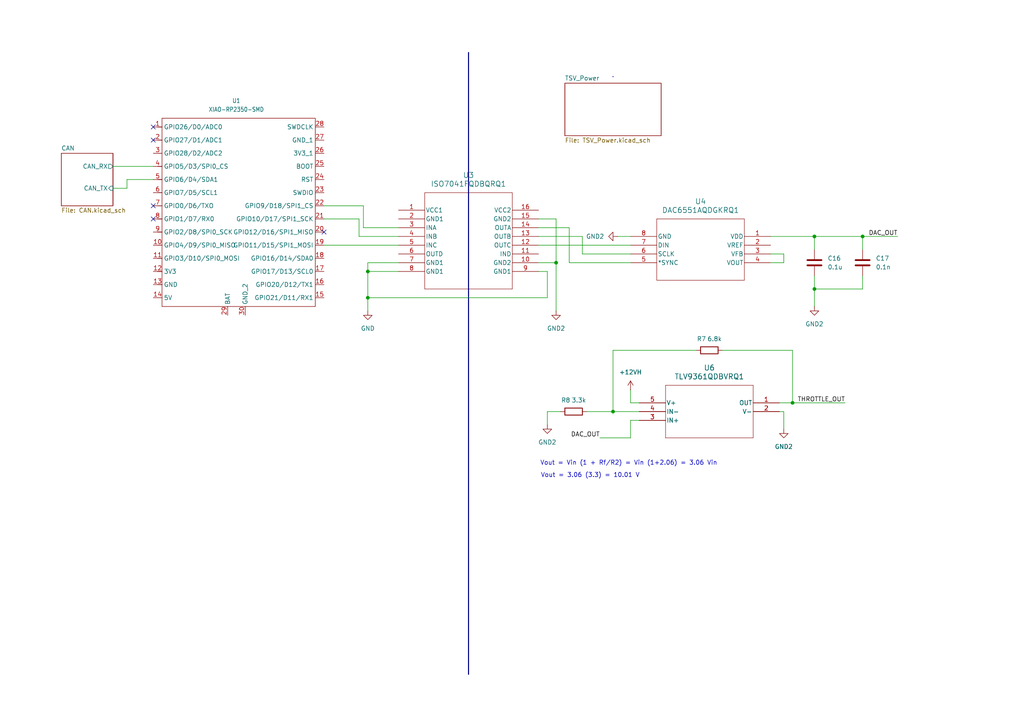
<source format=kicad_sch>
(kicad_sch
	(version 20231120)
	(generator "eeschema")
	(generator_version "8.0")
	(uuid "fa713205-4357-49d0-ad77-7aa2864b7782")
	(paper "A4")
	(lib_symbols
		(symbol "DAC6551:DAC6551AQDGKRQ1"
			(pin_names
				(offset 0.254)
			)
			(exclude_from_sim no)
			(in_bom yes)
			(on_board yes)
			(property "Reference" "U"
				(at 20.32 10.16 0)
				(effects
					(font
						(size 1.524 1.524)
					)
				)
			)
			(property "Value" "DAC6551AQDGKRQ1"
				(at 20.32 7.62 0)
				(effects
					(font
						(size 1.524 1.524)
					)
				)
			)
			(property "Footprint" "DGK8_TEX"
				(at 0 0 0)
				(effects
					(font
						(size 1.27 1.27)
						(italic yes)
					)
					(hide yes)
				)
			)
			(property "Datasheet" "DAC6551AQDGKRQ1"
				(at 0 0 0)
				(effects
					(font
						(size 1.27 1.27)
						(italic yes)
					)
					(hide yes)
				)
			)
			(property "Description" ""
				(at 0 0 0)
				(effects
					(font
						(size 1.27 1.27)
					)
					(hide yes)
				)
			)
			(property "ki_locked" ""
				(at 0 0 0)
				(effects
					(font
						(size 1.27 1.27)
					)
				)
			)
			(property "ki_keywords" "DAC6551AQDGKRQ1"
				(at 0 0 0)
				(effects
					(font
						(size 1.27 1.27)
					)
					(hide yes)
				)
			)
			(property "ki_fp_filters" "DGK8_TEX DGK8_TEX-M DGK8_TEX-L"
				(at 0 0 0)
				(effects
					(font
						(size 1.27 1.27)
					)
					(hide yes)
				)
			)
			(symbol "DAC6551AQDGKRQ1_0_1"
				(polyline
					(pts
						(xy 7.62 -12.7) (xy 33.02 -12.7)
					)
					(stroke
						(width 0.127)
						(type default)
					)
					(fill
						(type none)
					)
				)
				(polyline
					(pts
						(xy 7.62 5.08) (xy 7.62 -12.7)
					)
					(stroke
						(width 0.127)
						(type default)
					)
					(fill
						(type none)
					)
				)
				(polyline
					(pts
						(xy 33.02 -12.7) (xy 33.02 5.08)
					)
					(stroke
						(width 0.127)
						(type default)
					)
					(fill
						(type none)
					)
				)
				(polyline
					(pts
						(xy 33.02 5.08) (xy 7.62 5.08)
					)
					(stroke
						(width 0.127)
						(type default)
					)
					(fill
						(type none)
					)
				)
				(pin power_in line
					(at 0 0 0)
					(length 7.62)
					(name "VDD"
						(effects
							(font
								(size 1.27 1.27)
							)
						)
					)
					(number "1"
						(effects
							(font
								(size 1.27 1.27)
							)
						)
					)
				)
				(pin input line
					(at 0 -2.54 0)
					(length 7.62)
					(name "VREF"
						(effects
							(font
								(size 1.27 1.27)
							)
						)
					)
					(number "2"
						(effects
							(font
								(size 1.27 1.27)
							)
						)
					)
				)
				(pin input line
					(at 0 -5.08 0)
					(length 7.62)
					(name "VFB"
						(effects
							(font
								(size 1.27 1.27)
							)
						)
					)
					(number "3"
						(effects
							(font
								(size 1.27 1.27)
							)
						)
					)
				)
				(pin output line
					(at 0 -7.62 0)
					(length 7.62)
					(name "VOUT"
						(effects
							(font
								(size 1.27 1.27)
							)
						)
					)
					(number "4"
						(effects
							(font
								(size 1.27 1.27)
							)
						)
					)
				)
				(pin input line
					(at 40.64 -7.62 180)
					(length 7.62)
					(name "*SYNC"
						(effects
							(font
								(size 1.27 1.27)
							)
						)
					)
					(number "5"
						(effects
							(font
								(size 1.27 1.27)
							)
						)
					)
				)
				(pin input line
					(at 40.64 -5.08 180)
					(length 7.62)
					(name "SCLK"
						(effects
							(font
								(size 1.27 1.27)
							)
						)
					)
					(number "6"
						(effects
							(font
								(size 1.27 1.27)
							)
						)
					)
				)
				(pin input line
					(at 40.64 -2.54 180)
					(length 7.62)
					(name "DIN"
						(effects
							(font
								(size 1.27 1.27)
							)
						)
					)
					(number "7"
						(effects
							(font
								(size 1.27 1.27)
							)
						)
					)
				)
				(pin power_in line
					(at 40.64 0 180)
					(length 7.62)
					(name "GND"
						(effects
							(font
								(size 1.27 1.27)
							)
						)
					)
					(number "8"
						(effects
							(font
								(size 1.27 1.27)
							)
						)
					)
				)
			)
		)
		(symbol "Device:C"
			(pin_numbers hide)
			(pin_names
				(offset 0.254)
			)
			(exclude_from_sim no)
			(in_bom yes)
			(on_board yes)
			(property "Reference" "C"
				(at 0.635 2.54 0)
				(effects
					(font
						(size 1.27 1.27)
					)
					(justify left)
				)
			)
			(property "Value" "C"
				(at 0.635 -2.54 0)
				(effects
					(font
						(size 1.27 1.27)
					)
					(justify left)
				)
			)
			(property "Footprint" ""
				(at 0.9652 -3.81 0)
				(effects
					(font
						(size 1.27 1.27)
					)
					(hide yes)
				)
			)
			(property "Datasheet" "~"
				(at 0 0 0)
				(effects
					(font
						(size 1.27 1.27)
					)
					(hide yes)
				)
			)
			(property "Description" "Unpolarized capacitor"
				(at 0 0 0)
				(effects
					(font
						(size 1.27 1.27)
					)
					(hide yes)
				)
			)
			(property "ki_keywords" "cap capacitor"
				(at 0 0 0)
				(effects
					(font
						(size 1.27 1.27)
					)
					(hide yes)
				)
			)
			(property "ki_fp_filters" "C_*"
				(at 0 0 0)
				(effects
					(font
						(size 1.27 1.27)
					)
					(hide yes)
				)
			)
			(symbol "C_0_1"
				(polyline
					(pts
						(xy -2.032 -0.762) (xy 2.032 -0.762)
					)
					(stroke
						(width 0.508)
						(type default)
					)
					(fill
						(type none)
					)
				)
				(polyline
					(pts
						(xy -2.032 0.762) (xy 2.032 0.762)
					)
					(stroke
						(width 0.508)
						(type default)
					)
					(fill
						(type none)
					)
				)
			)
			(symbol "C_1_1"
				(pin passive line
					(at 0 3.81 270)
					(length 2.794)
					(name "~"
						(effects
							(font
								(size 1.27 1.27)
							)
						)
					)
					(number "1"
						(effects
							(font
								(size 1.27 1.27)
							)
						)
					)
				)
				(pin passive line
					(at 0 -3.81 90)
					(length 2.794)
					(name "~"
						(effects
							(font
								(size 1.27 1.27)
							)
						)
					)
					(number "2"
						(effects
							(font
								(size 1.27 1.27)
							)
						)
					)
				)
			)
		)
		(symbol "Device:R"
			(pin_numbers hide)
			(pin_names
				(offset 0)
			)
			(exclude_from_sim no)
			(in_bom yes)
			(on_board yes)
			(property "Reference" "R"
				(at 2.032 0 90)
				(effects
					(font
						(size 1.27 1.27)
					)
				)
			)
			(property "Value" "R"
				(at 0 0 90)
				(effects
					(font
						(size 1.27 1.27)
					)
				)
			)
			(property "Footprint" ""
				(at -1.778 0 90)
				(effects
					(font
						(size 1.27 1.27)
					)
					(hide yes)
				)
			)
			(property "Datasheet" "~"
				(at 0 0 0)
				(effects
					(font
						(size 1.27 1.27)
					)
					(hide yes)
				)
			)
			(property "Description" "Resistor"
				(at 0 0 0)
				(effects
					(font
						(size 1.27 1.27)
					)
					(hide yes)
				)
			)
			(property "ki_keywords" "R res resistor"
				(at 0 0 0)
				(effects
					(font
						(size 1.27 1.27)
					)
					(hide yes)
				)
			)
			(property "ki_fp_filters" "R_*"
				(at 0 0 0)
				(effects
					(font
						(size 1.27 1.27)
					)
					(hide yes)
				)
			)
			(symbol "R_0_1"
				(rectangle
					(start -1.016 -2.54)
					(end 1.016 2.54)
					(stroke
						(width 0.254)
						(type default)
					)
					(fill
						(type none)
					)
				)
			)
			(symbol "R_1_1"
				(pin passive line
					(at 0 3.81 270)
					(length 1.27)
					(name "~"
						(effects
							(font
								(size 1.27 1.27)
							)
						)
					)
					(number "1"
						(effects
							(font
								(size 1.27 1.27)
							)
						)
					)
				)
				(pin passive line
					(at 0 -3.81 90)
					(length 1.27)
					(name "~"
						(effects
							(font
								(size 1.27 1.27)
							)
						)
					)
					(number "2"
						(effects
							(font
								(size 1.27 1.27)
							)
						)
					)
				)
			)
		)
		(symbol "ISO7041:ISO7041FQDBQRQ1"
			(pin_names
				(offset 0.254)
			)
			(exclude_from_sim no)
			(in_bom yes)
			(on_board yes)
			(property "Reference" "U"
				(at 20.32 10.16 0)
				(effects
					(font
						(size 1.524 1.524)
					)
				)
			)
			(property "Value" "ISO7041FQDBQRQ1"
				(at 20.32 7.62 0)
				(effects
					(font
						(size 1.524 1.524)
					)
				)
			)
			(property "Footprint" "SSOP16_DBQ_TEX"
				(at 0 0 0)
				(effects
					(font
						(size 1.27 1.27)
						(italic yes)
					)
					(hide yes)
				)
			)
			(property "Datasheet" "ISO7041FQDBQRQ1"
				(at 0 0 0)
				(effects
					(font
						(size 1.27 1.27)
						(italic yes)
					)
					(hide yes)
				)
			)
			(property "Description" ""
				(at 0 0 0)
				(effects
					(font
						(size 1.27 1.27)
					)
					(hide yes)
				)
			)
			(property "ki_locked" ""
				(at 0 0 0)
				(effects
					(font
						(size 1.27 1.27)
					)
				)
			)
			(property "ki_keywords" "ISO7041FQDBQRQ1"
				(at 0 0 0)
				(effects
					(font
						(size 1.27 1.27)
					)
					(hide yes)
				)
			)
			(property "ki_fp_filters" "SSOP16_DBQ_TEX SSOP16_DBQ_TEX-M SSOP16_DBQ_TEX-L"
				(at 0 0 0)
				(effects
					(font
						(size 1.27 1.27)
					)
					(hide yes)
				)
			)
			(symbol "ISO7041FQDBQRQ1_0_1"
				(polyline
					(pts
						(xy 7.62 -22.86) (xy 33.02 -22.86)
					)
					(stroke
						(width 0.127)
						(type default)
					)
					(fill
						(type none)
					)
				)
				(polyline
					(pts
						(xy 7.62 5.08) (xy 7.62 -22.86)
					)
					(stroke
						(width 0.127)
						(type default)
					)
					(fill
						(type none)
					)
				)
				(polyline
					(pts
						(xy 33.02 -22.86) (xy 33.02 5.08)
					)
					(stroke
						(width 0.127)
						(type default)
					)
					(fill
						(type none)
					)
				)
				(polyline
					(pts
						(xy 33.02 5.08) (xy 7.62 5.08)
					)
					(stroke
						(width 0.127)
						(type default)
					)
					(fill
						(type none)
					)
				)
				(pin power_in line
					(at 0 0 0)
					(length 7.62)
					(name "VCC1"
						(effects
							(font
								(size 1.27 1.27)
							)
						)
					)
					(number "1"
						(effects
							(font
								(size 1.27 1.27)
							)
						)
					)
				)
				(pin power_out line
					(at 40.64 -15.24 180)
					(length 7.62)
					(name "GND2"
						(effects
							(font
								(size 1.27 1.27)
							)
						)
					)
					(number "10"
						(effects
							(font
								(size 1.27 1.27)
							)
						)
					)
				)
				(pin input line
					(at 40.64 -12.7 180)
					(length 7.62)
					(name "IND"
						(effects
							(font
								(size 1.27 1.27)
							)
						)
					)
					(number "11"
						(effects
							(font
								(size 1.27 1.27)
							)
						)
					)
				)
				(pin output line
					(at 40.64 -10.16 180)
					(length 7.62)
					(name "OUTC"
						(effects
							(font
								(size 1.27 1.27)
							)
						)
					)
					(number "12"
						(effects
							(font
								(size 1.27 1.27)
							)
						)
					)
				)
				(pin output line
					(at 40.64 -7.62 180)
					(length 7.62)
					(name "OUTB"
						(effects
							(font
								(size 1.27 1.27)
							)
						)
					)
					(number "13"
						(effects
							(font
								(size 1.27 1.27)
							)
						)
					)
				)
				(pin output line
					(at 40.64 -5.08 180)
					(length 7.62)
					(name "OUTA"
						(effects
							(font
								(size 1.27 1.27)
							)
						)
					)
					(number "14"
						(effects
							(font
								(size 1.27 1.27)
							)
						)
					)
				)
				(pin power_out line
					(at 40.64 -2.54 180)
					(length 7.62)
					(name "GND2"
						(effects
							(font
								(size 1.27 1.27)
							)
						)
					)
					(number "15"
						(effects
							(font
								(size 1.27 1.27)
							)
						)
					)
				)
				(pin power_in line
					(at 40.64 0 180)
					(length 7.62)
					(name "VCC2"
						(effects
							(font
								(size 1.27 1.27)
							)
						)
					)
					(number "16"
						(effects
							(font
								(size 1.27 1.27)
							)
						)
					)
				)
				(pin power_out line
					(at 0 -2.54 0)
					(length 7.62)
					(name "GND1"
						(effects
							(font
								(size 1.27 1.27)
							)
						)
					)
					(number "2"
						(effects
							(font
								(size 1.27 1.27)
							)
						)
					)
				)
				(pin input line
					(at 0 -5.08 0)
					(length 7.62)
					(name "INA"
						(effects
							(font
								(size 1.27 1.27)
							)
						)
					)
					(number "3"
						(effects
							(font
								(size 1.27 1.27)
							)
						)
					)
				)
				(pin input line
					(at 0 -7.62 0)
					(length 7.62)
					(name "INB"
						(effects
							(font
								(size 1.27 1.27)
							)
						)
					)
					(number "4"
						(effects
							(font
								(size 1.27 1.27)
							)
						)
					)
				)
				(pin input line
					(at 0 -10.16 0)
					(length 7.62)
					(name "INC"
						(effects
							(font
								(size 1.27 1.27)
							)
						)
					)
					(number "5"
						(effects
							(font
								(size 1.27 1.27)
							)
						)
					)
				)
				(pin output line
					(at 0 -12.7 0)
					(length 7.62)
					(name "OUTD"
						(effects
							(font
								(size 1.27 1.27)
							)
						)
					)
					(number "6"
						(effects
							(font
								(size 1.27 1.27)
							)
						)
					)
				)
				(pin power_out line
					(at 0 -15.24 0)
					(length 7.62)
					(name "GND1"
						(effects
							(font
								(size 1.27 1.27)
							)
						)
					)
					(number "7"
						(effects
							(font
								(size 1.27 1.27)
							)
						)
					)
				)
				(pin power_out line
					(at 0 -17.78 0)
					(length 7.62)
					(name "GND1"
						(effects
							(font
								(size 1.27 1.27)
							)
						)
					)
					(number "8"
						(effects
							(font
								(size 1.27 1.27)
							)
						)
					)
				)
				(pin power_out line
					(at 40.64 -17.78 180)
					(length 7.62)
					(name "GND1"
						(effects
							(font
								(size 1.27 1.27)
							)
						)
					)
					(number "9"
						(effects
							(font
								(size 1.27 1.27)
							)
						)
					)
				)
			)
		)
		(symbol "Seeed_Studio_XIAO_Series:XIAO-RP2350-SMD"
			(exclude_from_sim no)
			(in_bom yes)
			(on_board yes)
			(property "Reference" "U"
				(at -21.59 27.432 0)
				(effects
					(font
						(size 1.27 1.0795)
					)
					(justify left bottom)
				)
			)
			(property "Value" "XIAO-RP2350-SMD"
				(at -21.59 25.654 0)
				(effects
					(font
						(size 1.27 1.0795)
					)
					(justify left bottom)
				)
			)
			(property "Footprint" ""
				(at 0 11.43 0)
				(effects
					(font
						(size 1.27 1.27)
					)
					(hide yes)
				)
			)
			(property "Datasheet" ""
				(at 0 11.43 0)
				(effects
					(font
						(size 1.27 1.27)
					)
					(hide yes)
				)
			)
			(property "Description" ""
				(at 0 11.43 0)
				(effects
					(font
						(size 1.27 1.27)
					)
					(hide yes)
				)
			)
			(symbol "XIAO-RP2350-SMD_0_1"
				(rectangle
					(start -21.59 25.4)
					(end 22.86 -29.21)
					(stroke
						(width 0)
						(type default)
					)
					(fill
						(type none)
					)
				)
			)
			(symbol "XIAO-RP2350-SMD_1_0"
				(polyline
					(pts
						(xy -22.86 -26.67) (xy -21.59 -26.67)
					)
					(stroke
						(width 0.1524)
						(type solid)
					)
					(fill
						(type none)
					)
				)
				(polyline
					(pts
						(xy -22.86 -22.86) (xy -21.59 -22.86)
					)
					(stroke
						(width 0.1524)
						(type solid)
					)
					(fill
						(type none)
					)
				)
				(polyline
					(pts
						(xy -22.86 -19.05) (xy -21.59 -19.05)
					)
					(stroke
						(width 0.1524)
						(type solid)
					)
					(fill
						(type none)
					)
				)
				(polyline
					(pts
						(xy -22.86 -15.24) (xy -21.59 -15.24)
					)
					(stroke
						(width 0.1524)
						(type solid)
					)
					(fill
						(type none)
					)
				)
				(polyline
					(pts
						(xy -22.86 -11.43) (xy -21.59 -11.43)
					)
					(stroke
						(width 0.1524)
						(type solid)
					)
					(fill
						(type none)
					)
				)
				(polyline
					(pts
						(xy -22.86 -7.62) (xy -21.59 -7.62)
					)
					(stroke
						(width 0.1524)
						(type solid)
					)
					(fill
						(type none)
					)
				)
				(polyline
					(pts
						(xy -22.86 -3.81) (xy -21.59 -3.81)
					)
					(stroke
						(width 0.1524)
						(type solid)
					)
					(fill
						(type none)
					)
				)
				(polyline
					(pts
						(xy -21.59 0) (xy -22.86 0)
					)
					(stroke
						(width 0.1524)
						(type solid)
					)
					(fill
						(type none)
					)
				)
				(polyline
					(pts
						(xy -21.59 3.81) (xy -22.86 3.81)
					)
					(stroke
						(width 0.1524)
						(type solid)
					)
					(fill
						(type none)
					)
				)
				(polyline
					(pts
						(xy -21.59 7.62) (xy -22.86 7.62)
					)
					(stroke
						(width 0.1524)
						(type solid)
					)
					(fill
						(type none)
					)
				)
				(polyline
					(pts
						(xy -21.59 11.43) (xy -22.86 11.43)
					)
					(stroke
						(width 0.1524)
						(type solid)
					)
					(fill
						(type none)
					)
				)
				(polyline
					(pts
						(xy -21.59 15.24) (xy -22.86 15.24)
					)
					(stroke
						(width 0.1524)
						(type solid)
					)
					(fill
						(type none)
					)
				)
				(polyline
					(pts
						(xy -21.59 19.05) (xy -22.86 19.05)
					)
					(stroke
						(width 0.1524)
						(type solid)
					)
					(fill
						(type none)
					)
				)
				(polyline
					(pts
						(xy -21.59 22.86) (xy -22.86 22.86)
					)
					(stroke
						(width 0.1524)
						(type solid)
					)
					(fill
						(type none)
					)
				)
				(pin passive line
					(at -24.13 22.86 0)
					(length 2.54)
					(name "GPIO26/D0/ADC0"
						(effects
							(font
								(size 1.27 1.27)
							)
						)
					)
					(number "1"
						(effects
							(font
								(size 1.27 1.27)
							)
						)
					)
				)
				(pin passive line
					(at -24.13 -11.43 0)
					(length 2.54)
					(name "GPIO4/D9/SPI0_MISO"
						(effects
							(font
								(size 1.27 1.27)
							)
						)
					)
					(number "10"
						(effects
							(font
								(size 1.27 1.27)
							)
						)
					)
				)
				(pin passive line
					(at -24.13 -15.24 0)
					(length 2.54)
					(name "GPIO3/D10/SPI0_MOSI"
						(effects
							(font
								(size 1.27 1.27)
							)
						)
					)
					(number "11"
						(effects
							(font
								(size 1.27 1.27)
							)
						)
					)
				)
				(pin passive line
					(at -24.13 -19.05 0)
					(length 2.54)
					(name "3V3"
						(effects
							(font
								(size 1.27 1.27)
							)
						)
					)
					(number "12"
						(effects
							(font
								(size 1.27 1.27)
							)
						)
					)
				)
				(pin passive line
					(at -24.13 -22.86 0)
					(length 2.54)
					(name "GND"
						(effects
							(font
								(size 1.27 1.27)
							)
						)
					)
					(number "13"
						(effects
							(font
								(size 1.27 1.27)
							)
						)
					)
				)
				(pin passive line
					(at -24.13 -26.67 0)
					(length 2.54)
					(name "5V"
						(effects
							(font
								(size 1.27 1.27)
							)
						)
					)
					(number "14"
						(effects
							(font
								(size 1.27 1.27)
							)
						)
					)
				)
				(pin passive line
					(at -24.13 19.05 0)
					(length 2.54)
					(name "GPIO27/D1/ADC1"
						(effects
							(font
								(size 1.27 1.27)
							)
						)
					)
					(number "2"
						(effects
							(font
								(size 1.27 1.27)
							)
						)
					)
				)
				(pin passive line
					(at -24.13 15.24 0)
					(length 2.54)
					(name "GPIO28/D2/ADC2"
						(effects
							(font
								(size 1.27 1.27)
							)
						)
					)
					(number "3"
						(effects
							(font
								(size 1.27 1.27)
							)
						)
					)
				)
				(pin passive line
					(at -24.13 11.43 0)
					(length 2.54)
					(name "GPIO5/D3/SPI0_CS"
						(effects
							(font
								(size 1.27 1.27)
							)
						)
					)
					(number "4"
						(effects
							(font
								(size 1.27 1.27)
							)
						)
					)
				)
				(pin passive line
					(at -24.13 7.62 0)
					(length 2.54)
					(name "GPIO6/D4/SDA1"
						(effects
							(font
								(size 1.27 1.27)
							)
						)
					)
					(number "5"
						(effects
							(font
								(size 1.27 1.27)
							)
						)
					)
				)
				(pin passive line
					(at -24.13 3.81 0)
					(length 2.54)
					(name "GPIO7/D5/SCL1"
						(effects
							(font
								(size 1.27 1.27)
							)
						)
					)
					(number "6"
						(effects
							(font
								(size 1.27 1.27)
							)
						)
					)
				)
				(pin passive line
					(at -24.13 0 0)
					(length 2.54)
					(name "GPIO0/D6/TXO"
						(effects
							(font
								(size 1.27 1.27)
							)
						)
					)
					(number "7"
						(effects
							(font
								(size 1.27 1.27)
							)
						)
					)
				)
				(pin passive line
					(at -24.13 -3.81 0)
					(length 2.54)
					(name "GPIO1/D7/RX0"
						(effects
							(font
								(size 1.27 1.27)
							)
						)
					)
					(number "8"
						(effects
							(font
								(size 1.27 1.27)
							)
						)
					)
				)
				(pin passive line
					(at -24.13 -7.62 0)
					(length 2.54)
					(name "GPIO2/D8/SPI0_SCK"
						(effects
							(font
								(size 1.27 1.27)
							)
						)
					)
					(number "9"
						(effects
							(font
								(size 1.27 1.27)
							)
						)
					)
				)
			)
			(symbol "XIAO-RP2350-SMD_1_1"
				(pin passive line
					(at 25.4 -26.67 180)
					(length 2.54)
					(name "GPIO21/D11/RX1"
						(effects
							(font
								(size 1.27 1.27)
							)
						)
					)
					(number "15"
						(effects
							(font
								(size 1.27 1.27)
							)
						)
					)
				)
				(pin passive line
					(at 25.4 -22.86 180)
					(length 2.54)
					(name "GPIO20/D12/TX1"
						(effects
							(font
								(size 1.27 1.27)
							)
						)
					)
					(number "16"
						(effects
							(font
								(size 1.27 1.27)
							)
						)
					)
				)
				(pin passive line
					(at 25.4 -19.05 180)
					(length 2.54)
					(name "GPIO17/D13/SCL0"
						(effects
							(font
								(size 1.27 1.27)
							)
						)
					)
					(number "17"
						(effects
							(font
								(size 1.27 1.27)
							)
						)
					)
				)
				(pin passive line
					(at 25.4 -15.24 180)
					(length 2.54)
					(name "GPIO16/D14/SDA0"
						(effects
							(font
								(size 1.27 1.27)
							)
						)
					)
					(number "18"
						(effects
							(font
								(size 1.27 1.27)
							)
						)
					)
				)
				(pin passive line
					(at 25.4 -11.43 180)
					(length 2.54)
					(name "GPIO11/D15/SPI1_MOSI"
						(effects
							(font
								(size 1.27 1.27)
							)
						)
					)
					(number "19"
						(effects
							(font
								(size 1.27 1.27)
							)
						)
					)
				)
				(pin passive line
					(at 25.4 -7.62 180)
					(length 2.54)
					(name "GPIO12/D16/SPI1_MISO"
						(effects
							(font
								(size 1.27 1.27)
							)
						)
					)
					(number "20"
						(effects
							(font
								(size 1.27 1.27)
							)
						)
					)
				)
				(pin passive line
					(at 25.4 -3.81 180)
					(length 2.54)
					(name "GPIO10/D17/SPI1_SCK"
						(effects
							(font
								(size 1.27 1.27)
							)
						)
					)
					(number "21"
						(effects
							(font
								(size 1.27 1.27)
							)
						)
					)
				)
				(pin passive line
					(at 25.4 0 180)
					(length 2.54)
					(name "GPIO9/D18/SPI1_CS"
						(effects
							(font
								(size 1.27 1.27)
							)
						)
					)
					(number "22"
						(effects
							(font
								(size 1.27 1.27)
							)
						)
					)
				)
				(pin passive line
					(at 25.4 3.81 180)
					(length 2.54)
					(name "SWDIO"
						(effects
							(font
								(size 1.27 1.27)
							)
						)
					)
					(number "23"
						(effects
							(font
								(size 1.27 1.27)
							)
						)
					)
				)
				(pin passive line
					(at 25.4 7.62 180)
					(length 2.54)
					(name "RST"
						(effects
							(font
								(size 1.27 1.27)
							)
						)
					)
					(number "24"
						(effects
							(font
								(size 1.27 1.27)
							)
						)
					)
				)
				(pin passive line
					(at 25.4 11.43 180)
					(length 2.54)
					(name "BOOT"
						(effects
							(font
								(size 1.27 1.27)
							)
						)
					)
					(number "25"
						(effects
							(font
								(size 1.27 1.27)
							)
						)
					)
				)
				(pin passive line
					(at 25.4 15.24 180)
					(length 2.54)
					(name "3V3_1"
						(effects
							(font
								(size 1.27 1.27)
							)
						)
					)
					(number "26"
						(effects
							(font
								(size 1.27 1.27)
							)
						)
					)
				)
				(pin passive line
					(at 25.4 19.05 180)
					(length 2.54)
					(name "GND_1"
						(effects
							(font
								(size 1.27 1.27)
							)
						)
					)
					(number "27"
						(effects
							(font
								(size 1.27 1.27)
							)
						)
					)
				)
				(pin passive line
					(at 25.4 22.86 180)
					(length 2.54)
					(name "SWDCLK"
						(effects
							(font
								(size 1.27 1.27)
							)
						)
					)
					(number "28"
						(effects
							(font
								(size 1.27 1.27)
							)
						)
					)
				)
				(pin passive line
					(at -2.54 -31.75 90)
					(length 2.54)
					(name "BAT"
						(effects
							(font
								(size 1.27 1.27)
							)
						)
					)
					(number "29"
						(effects
							(font
								(size 1.27 1.27)
							)
						)
					)
				)
				(pin passive line
					(at 2.54 -31.75 90)
					(length 2.54)
					(name "GND_2"
						(effects
							(font
								(size 1.27 1.27)
							)
						)
					)
					(number "30"
						(effects
							(font
								(size 1.27 1.27)
							)
						)
					)
				)
			)
		)
		(symbol "TLV9361:TLV9361QDBVRQ1"
			(pin_names
				(offset 0.254)
			)
			(exclude_from_sim no)
			(in_bom yes)
			(on_board yes)
			(property "Reference" "U"
				(at 20.32 10.16 0)
				(effects
					(font
						(size 1.524 1.524)
					)
				)
			)
			(property "Value" "TLV9361QDBVRQ1"
				(at 20.32 7.62 0)
				(effects
					(font
						(size 1.524 1.524)
					)
				)
			)
			(property "Footprint" "SOT23_DBV_TEX"
				(at 0 0 0)
				(effects
					(font
						(size 1.27 1.27)
						(italic yes)
					)
					(hide yes)
				)
			)
			(property "Datasheet" "TLV9361QDBVRQ1"
				(at 0 0 0)
				(effects
					(font
						(size 1.27 1.27)
						(italic yes)
					)
					(hide yes)
				)
			)
			(property "Description" ""
				(at 0 0 0)
				(effects
					(font
						(size 1.27 1.27)
					)
					(hide yes)
				)
			)
			(property "ki_locked" ""
				(at 0 0 0)
				(effects
					(font
						(size 1.27 1.27)
					)
				)
			)
			(property "ki_keywords" "TLV9361QDBVRQ1"
				(at 0 0 0)
				(effects
					(font
						(size 1.27 1.27)
					)
					(hide yes)
				)
			)
			(property "ki_fp_filters" "SOT23_DBV_TEX SOT23_DBV_TEX-M SOT23_DBV_TEX-L"
				(at 0 0 0)
				(effects
					(font
						(size 1.27 1.27)
					)
					(hide yes)
				)
			)
			(symbol "TLV9361QDBVRQ1_0_1"
				(polyline
					(pts
						(xy 7.62 -10.16) (xy 33.02 -10.16)
					)
					(stroke
						(width 0.127)
						(type default)
					)
					(fill
						(type none)
					)
				)
				(polyline
					(pts
						(xy 7.62 5.08) (xy 7.62 -10.16)
					)
					(stroke
						(width 0.127)
						(type default)
					)
					(fill
						(type none)
					)
				)
				(polyline
					(pts
						(xy 33.02 -10.16) (xy 33.02 5.08)
					)
					(stroke
						(width 0.127)
						(type default)
					)
					(fill
						(type none)
					)
				)
				(polyline
					(pts
						(xy 33.02 5.08) (xy 7.62 5.08)
					)
					(stroke
						(width 0.127)
						(type default)
					)
					(fill
						(type none)
					)
				)
				(pin output line
					(at 0 0 0)
					(length 7.62)
					(name "OUT"
						(effects
							(font
								(size 1.27 1.27)
							)
						)
					)
					(number "1"
						(effects
							(font
								(size 1.27 1.27)
							)
						)
					)
				)
				(pin power_in line
					(at 0 -2.54 0)
					(length 7.62)
					(name "V-"
						(effects
							(font
								(size 1.27 1.27)
							)
						)
					)
					(number "2"
						(effects
							(font
								(size 1.27 1.27)
							)
						)
					)
				)
				(pin input line
					(at 40.64 -5.08 180)
					(length 7.62)
					(name "IN+"
						(effects
							(font
								(size 1.27 1.27)
							)
						)
					)
					(number "3"
						(effects
							(font
								(size 1.27 1.27)
							)
						)
					)
				)
				(pin input line
					(at 40.64 -2.54 180)
					(length 7.62)
					(name "IN-"
						(effects
							(font
								(size 1.27 1.27)
							)
						)
					)
					(number "4"
						(effects
							(font
								(size 1.27 1.27)
							)
						)
					)
				)
				(pin power_in line
					(at 40.64 0 180)
					(length 7.62)
					(name "V+"
						(effects
							(font
								(size 1.27 1.27)
							)
						)
					)
					(number "5"
						(effects
							(font
								(size 1.27 1.27)
							)
						)
					)
				)
			)
		)
		(symbol "power:+12V"
			(power)
			(pin_numbers hide)
			(pin_names
				(offset 0) hide)
			(exclude_from_sim no)
			(in_bom yes)
			(on_board yes)
			(property "Reference" "#PWR"
				(at 0 -3.81 0)
				(effects
					(font
						(size 1.27 1.27)
					)
					(hide yes)
				)
			)
			(property "Value" "+12V"
				(at 0 3.556 0)
				(effects
					(font
						(size 1.27 1.27)
					)
				)
			)
			(property "Footprint" ""
				(at 0 0 0)
				(effects
					(font
						(size 1.27 1.27)
					)
					(hide yes)
				)
			)
			(property "Datasheet" ""
				(at 0 0 0)
				(effects
					(font
						(size 1.27 1.27)
					)
					(hide yes)
				)
			)
			(property "Description" "Power symbol creates a global label with name \"+12V\""
				(at 0 0 0)
				(effects
					(font
						(size 1.27 1.27)
					)
					(hide yes)
				)
			)
			(property "ki_keywords" "global power"
				(at 0 0 0)
				(effects
					(font
						(size 1.27 1.27)
					)
					(hide yes)
				)
			)
			(symbol "+12V_0_1"
				(polyline
					(pts
						(xy -0.762 1.27) (xy 0 2.54)
					)
					(stroke
						(width 0)
						(type default)
					)
					(fill
						(type none)
					)
				)
				(polyline
					(pts
						(xy 0 0) (xy 0 2.54)
					)
					(stroke
						(width 0)
						(type default)
					)
					(fill
						(type none)
					)
				)
				(polyline
					(pts
						(xy 0 2.54) (xy 0.762 1.27)
					)
					(stroke
						(width 0)
						(type default)
					)
					(fill
						(type none)
					)
				)
			)
			(symbol "+12V_1_1"
				(pin power_in line
					(at 0 0 90)
					(length 0)
					(name "~"
						(effects
							(font
								(size 1.27 1.27)
							)
						)
					)
					(number "1"
						(effects
							(font
								(size 1.27 1.27)
							)
						)
					)
				)
			)
		)
		(symbol "power:GND"
			(power)
			(pin_numbers hide)
			(pin_names
				(offset 0) hide)
			(exclude_from_sim no)
			(in_bom yes)
			(on_board yes)
			(property "Reference" "#PWR"
				(at 0 -6.35 0)
				(effects
					(font
						(size 1.27 1.27)
					)
					(hide yes)
				)
			)
			(property "Value" "GND"
				(at 0 -3.81 0)
				(effects
					(font
						(size 1.27 1.27)
					)
				)
			)
			(property "Footprint" ""
				(at 0 0 0)
				(effects
					(font
						(size 1.27 1.27)
					)
					(hide yes)
				)
			)
			(property "Datasheet" ""
				(at 0 0 0)
				(effects
					(font
						(size 1.27 1.27)
					)
					(hide yes)
				)
			)
			(property "Description" "Power symbol creates a global label with name \"GND\" , ground"
				(at 0 0 0)
				(effects
					(font
						(size 1.27 1.27)
					)
					(hide yes)
				)
			)
			(property "ki_keywords" "global power"
				(at 0 0 0)
				(effects
					(font
						(size 1.27 1.27)
					)
					(hide yes)
				)
			)
			(symbol "GND_0_1"
				(polyline
					(pts
						(xy 0 0) (xy 0 -1.27) (xy 1.27 -1.27) (xy 0 -2.54) (xy -1.27 -1.27) (xy 0 -1.27)
					)
					(stroke
						(width 0)
						(type default)
					)
					(fill
						(type none)
					)
				)
			)
			(symbol "GND_1_1"
				(pin power_in line
					(at 0 0 270)
					(length 0)
					(name "~"
						(effects
							(font
								(size 1.27 1.27)
							)
						)
					)
					(number "1"
						(effects
							(font
								(size 1.27 1.27)
							)
						)
					)
				)
			)
		)
		(symbol "power:GND2"
			(power)
			(pin_numbers hide)
			(pin_names
				(offset 0) hide)
			(exclude_from_sim no)
			(in_bom yes)
			(on_board yes)
			(property "Reference" "#PWR"
				(at 0 -6.35 0)
				(effects
					(font
						(size 1.27 1.27)
					)
					(hide yes)
				)
			)
			(property "Value" "GND2"
				(at 0 -3.81 0)
				(effects
					(font
						(size 1.27 1.27)
					)
				)
			)
			(property "Footprint" ""
				(at 0 0 0)
				(effects
					(font
						(size 1.27 1.27)
					)
					(hide yes)
				)
			)
			(property "Datasheet" ""
				(at 0 0 0)
				(effects
					(font
						(size 1.27 1.27)
					)
					(hide yes)
				)
			)
			(property "Description" "Power symbol creates a global label with name \"GND2\" , ground"
				(at 0 0 0)
				(effects
					(font
						(size 1.27 1.27)
					)
					(hide yes)
				)
			)
			(property "ki_keywords" "global power"
				(at 0 0 0)
				(effects
					(font
						(size 1.27 1.27)
					)
					(hide yes)
				)
			)
			(symbol "GND2_0_1"
				(polyline
					(pts
						(xy 0 0) (xy 0 -1.27) (xy 1.27 -1.27) (xy 0 -2.54) (xy -1.27 -1.27) (xy 0 -1.27)
					)
					(stroke
						(width 0)
						(type default)
					)
					(fill
						(type none)
					)
				)
			)
			(symbol "GND2_1_1"
				(pin power_in line
					(at 0 0 270)
					(length 0)
					(name "~"
						(effects
							(font
								(size 1.27 1.27)
							)
						)
					)
					(number "1"
						(effects
							(font
								(size 1.27 1.27)
							)
						)
					)
				)
			)
		)
	)
	(junction
		(at 106.68 78.74)
		(diameter 0)
		(color 0 0 0 0)
		(uuid "2b8ad316-b8ab-4604-89e3-d5ab1147a671")
	)
	(junction
		(at 236.22 68.58)
		(diameter 0)
		(color 0 0 0 0)
		(uuid "4c5fbdc6-28d9-4814-aba2-080ad5f2998b")
	)
	(junction
		(at 177.8 119.38)
		(diameter 0)
		(color 0 0 0 0)
		(uuid "5576a989-bf2e-4587-bfb8-15da462e18a5")
	)
	(junction
		(at 161.29 76.2)
		(diameter 0)
		(color 0 0 0 0)
		(uuid "7ac97899-8896-4db0-8466-3520aed3cefe")
	)
	(junction
		(at 236.22 83.82)
		(diameter 0)
		(color 0 0 0 0)
		(uuid "9cf751da-ade1-4ddf-9b32-d966f1b9c141")
	)
	(junction
		(at 106.68 86.36)
		(diameter 0)
		(color 0 0 0 0)
		(uuid "b428d8f6-a1fa-44a2-b9f6-afc4095de2ea")
	)
	(junction
		(at 229.87 116.84)
		(diameter 0)
		(color 0 0 0 0)
		(uuid "d884db11-896d-49c1-997a-12b16a47e3e7")
	)
	(junction
		(at 250.19 68.58)
		(diameter 0)
		(color 0 0 0 0)
		(uuid "e7fc0b6a-9f30-48b1-ba34-7038e3cc7214")
	)
	(no_connect
		(at 44.45 36.83)
		(uuid "4ca7f5d2-4d9e-48b2-adc6-f510d86c56a2")
	)
	(no_connect
		(at 44.45 40.64)
		(uuid "6c2b314c-b596-461c-9e51-e838ccb2e5d6")
	)
	(no_connect
		(at 44.45 59.69)
		(uuid "7aa0df8c-63e4-4393-aab7-686be6d85030")
	)
	(no_connect
		(at 93.98 67.31)
		(uuid "a22fb5d3-6bd5-43d6-ac61-4c5d1ff6e292")
	)
	(no_connect
		(at -26.67 26.67)
		(uuid "b3cfd01e-e213-4daf-8654-2fd55010979c")
	)
	(no_connect
		(at 44.45 63.5)
		(uuid "f4315132-c25e-42a8-a820-525edf2ef3c0")
	)
	(wire
		(pts
			(xy 161.29 63.5) (xy 161.29 76.2)
		)
		(stroke
			(width 0)
			(type default)
		)
		(uuid "02a286c3-3d6f-4230-8a5b-c99efe7f3bc8")
	)
	(wire
		(pts
			(xy 168.91 73.66) (xy 168.91 68.58)
		)
		(stroke
			(width 0)
			(type default)
		)
		(uuid "06a11c2c-42a5-4c41-9cf1-9f1c11967155")
	)
	(wire
		(pts
			(xy 165.1 76.2) (xy 165.1 66.04)
		)
		(stroke
			(width 0)
			(type default)
		)
		(uuid "06c03bbe-cc6e-4c59-afa1-b363a16abee2")
	)
	(wire
		(pts
			(xy 105.41 66.04) (xy 115.57 66.04)
		)
		(stroke
			(width 0)
			(type default)
		)
		(uuid "09dd2ef7-6559-4860-860e-72cdc9cc7d89")
	)
	(wire
		(pts
			(xy 156.21 78.74) (xy 158.75 78.74)
		)
		(stroke
			(width 0)
			(type default)
		)
		(uuid "0c2d4aa8-7ff1-43fd-b7b7-9df17f9a86b7")
	)
	(wire
		(pts
			(xy 93.98 59.69) (xy 105.41 59.69)
		)
		(stroke
			(width 0)
			(type default)
		)
		(uuid "1d2bb771-3de2-462e-b995-ddce97b52760")
	)
	(wire
		(pts
			(xy 93.98 71.12) (xy 115.57 71.12)
		)
		(stroke
			(width 0)
			(type default)
		)
		(uuid "1e0c7f39-43df-4feb-b95d-7abbe3d1ae66")
	)
	(wire
		(pts
			(xy 158.75 78.74) (xy 158.75 86.36)
		)
		(stroke
			(width 0)
			(type default)
		)
		(uuid "21867d52-107a-45d7-8103-9ba80148da8d")
	)
	(wire
		(pts
			(xy 250.19 72.39) (xy 250.19 68.58)
		)
		(stroke
			(width 0)
			(type default)
		)
		(uuid "28a2849c-5301-4059-a557-d3054d029509")
	)
	(wire
		(pts
			(xy 106.68 78.74) (xy 115.57 78.74)
		)
		(stroke
			(width 0)
			(type default)
		)
		(uuid "2afa176c-21d8-4751-bc47-9a10e864e04f")
	)
	(wire
		(pts
			(xy 229.87 116.84) (xy 245.11 116.84)
		)
		(stroke
			(width 0)
			(type default)
		)
		(uuid "2cb2e5f1-41d3-4225-add6-136f48a997cd")
	)
	(wire
		(pts
			(xy 185.42 116.84) (xy 182.88 116.84)
		)
		(stroke
			(width 0)
			(type default)
		)
		(uuid "2e701dab-8769-4950-89a2-5581edcc5fd9")
	)
	(wire
		(pts
			(xy 236.22 83.82) (xy 236.22 88.9)
		)
		(stroke
			(width 0)
			(type default)
		)
		(uuid "2f4ec825-3ec4-4255-b663-87de346b5715")
	)
	(wire
		(pts
			(xy 93.98 63.5) (xy 104.14 63.5)
		)
		(stroke
			(width 0)
			(type default)
		)
		(uuid "304cdbc6-a1dd-4e58-9de8-eb455a116671")
	)
	(wire
		(pts
			(xy 201.93 101.6) (xy 177.8 101.6)
		)
		(stroke
			(width 0)
			(type default)
		)
		(uuid "3586b4f4-13a6-4ea1-8594-5a0e5546f3ae")
	)
	(wire
		(pts
			(xy 250.19 68.58) (xy 236.22 68.58)
		)
		(stroke
			(width 0)
			(type default)
		)
		(uuid "39ea164e-d11d-4253-877c-1aeaefc9b1db")
	)
	(wire
		(pts
			(xy 156.21 76.2) (xy 161.29 76.2)
		)
		(stroke
			(width 0)
			(type default)
		)
		(uuid "44b6a6ee-0d06-4ac7-a6d2-5cf9fa3320ce")
	)
	(wire
		(pts
			(xy 227.33 119.38) (xy 227.33 124.46)
		)
		(stroke
			(width 0)
			(type default)
		)
		(uuid "479d6576-874c-4487-bcec-f1dfc49e6275")
	)
	(wire
		(pts
			(xy 236.22 68.58) (xy 236.22 72.39)
		)
		(stroke
			(width 0)
			(type default)
		)
		(uuid "48d39203-63ca-4e51-9b6a-cfdff0e87c33")
	)
	(wire
		(pts
			(xy 177.8 101.6) (xy 177.8 119.38)
		)
		(stroke
			(width 0)
			(type default)
		)
		(uuid "4f21463d-a2b9-47f8-8c4d-d1c654d7fc66")
	)
	(wire
		(pts
			(xy 36.83 54.61) (xy 32.766 54.61)
		)
		(stroke
			(width 0)
			(type default)
		)
		(uuid "4fd4e891-2d9f-456c-a6e5-039ed572ba6d")
	)
	(wire
		(pts
			(xy 250.19 68.58) (xy 260.35 68.58)
		)
		(stroke
			(width 0)
			(type default)
		)
		(uuid "514cd95e-b53a-4a47-bbe4-eb3de3ea20ef")
	)
	(wire
		(pts
			(xy 223.52 73.66) (xy 227.33 73.66)
		)
		(stroke
			(width 0)
			(type default)
		)
		(uuid "59ab820b-e3fb-4bd2-8321-0de1ec0f6180")
	)
	(wire
		(pts
			(xy 104.14 63.5) (xy 104.14 68.58)
		)
		(stroke
			(width 0)
			(type default)
		)
		(uuid "6123af92-6eb9-4a1f-9197-1326e7d7410f")
	)
	(wire
		(pts
			(xy 173.99 127) (xy 182.88 127)
		)
		(stroke
			(width 0)
			(type default)
		)
		(uuid "635e5776-f4f8-404e-8b9d-784b5db0b936")
	)
	(wire
		(pts
			(xy 165.1 66.04) (xy 156.21 66.04)
		)
		(stroke
			(width 0)
			(type default)
		)
		(uuid "691d02aa-51ed-4160-a33c-5a2a2a187564")
	)
	(wire
		(pts
			(xy 182.88 121.92) (xy 185.42 121.92)
		)
		(stroke
			(width 0)
			(type default)
		)
		(uuid "69988cc4-3e18-4dbe-b0d8-64d52be99884")
	)
	(wire
		(pts
			(xy 44.45 52.07) (xy 36.83 52.07)
		)
		(stroke
			(width 0)
			(type default)
		)
		(uuid "71c21cd6-9680-46b3-9175-68fe59f35654")
	)
	(wire
		(pts
			(xy 158.75 119.38) (xy 162.56 119.38)
		)
		(stroke
			(width 0)
			(type default)
		)
		(uuid "7462664c-7f9b-4be1-aeb2-f74f9ede6893")
	)
	(wire
		(pts
			(xy 106.68 78.74) (xy 106.68 86.36)
		)
		(stroke
			(width 0)
			(type default)
		)
		(uuid "78f0e446-53db-4135-9f1a-092c7bb91c90")
	)
	(wire
		(pts
			(xy 177.8 119.38) (xy 185.42 119.38)
		)
		(stroke
			(width 0)
			(type default)
		)
		(uuid "7cbab674-824b-4ef1-a862-b4c30b49e53b")
	)
	(wire
		(pts
			(xy 106.68 86.36) (xy 106.68 90.17)
		)
		(stroke
			(width 0)
			(type default)
		)
		(uuid "8434c03f-1199-443d-8ea5-150e804bbcea")
	)
	(wire
		(pts
			(xy 158.75 119.38) (xy 158.75 123.19)
		)
		(stroke
			(width 0)
			(type default)
		)
		(uuid "8da89031-8154-4c78-b0d3-873ae73b4431")
	)
	(wire
		(pts
			(xy 223.52 68.58) (xy 236.22 68.58)
		)
		(stroke
			(width 0)
			(type default)
		)
		(uuid "8f88fb1a-0e95-477a-a338-b2565eb2a3a4")
	)
	(wire
		(pts
			(xy 104.14 68.58) (xy 115.57 68.58)
		)
		(stroke
			(width 0)
			(type default)
		)
		(uuid "92b91c58-9431-4e23-a4ed-a3a0230147fa")
	)
	(wire
		(pts
			(xy 168.91 68.58) (xy 156.21 68.58)
		)
		(stroke
			(width 0)
			(type default)
		)
		(uuid "92dac445-8689-4c7e-9301-1b0ca1bbf3c4")
	)
	(wire
		(pts
			(xy 156.21 71.12) (xy 182.88 71.12)
		)
		(stroke
			(width 0)
			(type default)
		)
		(uuid "92fb6193-b641-4d0b-9c5f-fc6b09ee0efb")
	)
	(wire
		(pts
			(xy 227.33 73.66) (xy 227.33 76.2)
		)
		(stroke
			(width 0)
			(type default)
		)
		(uuid "98bc18e5-09b1-40b9-b0b9-85908b3d2b3a")
	)
	(wire
		(pts
			(xy 250.19 80.01) (xy 250.19 83.82)
		)
		(stroke
			(width 0)
			(type default)
		)
		(uuid "995c2339-a9ac-46e2-b33d-aa9c0a6e9be3")
	)
	(wire
		(pts
			(xy 106.68 76.2) (xy 115.57 76.2)
		)
		(stroke
			(width 0)
			(type default)
		)
		(uuid "9ae20ebe-c2ce-4479-b7a5-a8d6f06453e8")
	)
	(wire
		(pts
			(xy 182.88 116.84) (xy 182.88 113.03)
		)
		(stroke
			(width 0)
			(type default)
		)
		(uuid "9c9abb43-85d2-4be0-b00b-d4fc419b74ef")
	)
	(bus
		(pts
			(xy 135.89 15.24) (xy 135.89 195.58)
		)
		(stroke
			(width 0)
			(type default)
		)
		(uuid "a3cc883c-dda6-4ed0-bd40-62e160b106ed")
	)
	(wire
		(pts
			(xy 156.21 63.5) (xy 161.29 63.5)
		)
		(stroke
			(width 0)
			(type default)
		)
		(uuid "a6134a8a-63bb-4375-8a06-9ca1d6bfba24")
	)
	(wire
		(pts
			(xy 250.19 83.82) (xy 236.22 83.82)
		)
		(stroke
			(width 0)
			(type default)
		)
		(uuid "ba2e96f2-fe39-4e3d-a556-da267f136655")
	)
	(wire
		(pts
			(xy 182.88 76.2) (xy 165.1 76.2)
		)
		(stroke
			(width 0)
			(type default)
		)
		(uuid "be6c09c2-5025-4e92-8748-d5c480d7126f")
	)
	(wire
		(pts
			(xy 182.88 127) (xy 182.88 121.92)
		)
		(stroke
			(width 0)
			(type default)
		)
		(uuid "c53967bc-fef7-4173-ac91-99de30e90349")
	)
	(wire
		(pts
			(xy 106.68 76.2) (xy 106.68 78.74)
		)
		(stroke
			(width 0)
			(type default)
		)
		(uuid "c53cb530-1a95-4692-9a2b-2976cec1a125")
	)
	(wire
		(pts
			(xy 170.18 119.38) (xy 177.8 119.38)
		)
		(stroke
			(width 0)
			(type default)
		)
		(uuid "ca87d792-d0cd-4c33-b1ee-d571ca65a5f0")
	)
	(wire
		(pts
			(xy 223.52 76.2) (xy 227.33 76.2)
		)
		(stroke
			(width 0)
			(type default)
		)
		(uuid "d06f8da2-f428-430d-bd0c-7b13ffcc9d55")
	)
	(wire
		(pts
			(xy 36.83 52.07) (xy 36.83 54.61)
		)
		(stroke
			(width 0)
			(type default)
		)
		(uuid "d163435e-1487-4704-8b8a-0b23d839cc07")
	)
	(wire
		(pts
			(xy 105.41 59.69) (xy 105.41 66.04)
		)
		(stroke
			(width 0)
			(type default)
		)
		(uuid "d23820f0-52d4-41e3-8e5a-41cc9b91d74f")
	)
	(wire
		(pts
			(xy 229.87 116.84) (xy 226.06 116.84)
		)
		(stroke
			(width 0)
			(type default)
		)
		(uuid "d67fe1f1-a02b-437b-806d-23e01c112c0a")
	)
	(wire
		(pts
			(xy 168.91 73.66) (xy 182.88 73.66)
		)
		(stroke
			(width 0)
			(type default)
		)
		(uuid "dd5b63db-4847-4830-bdb5-4e2f2e95b3aa")
	)
	(wire
		(pts
			(xy 32.766 48.26) (xy 44.45 48.26)
		)
		(stroke
			(width 0)
			(type default)
		)
		(uuid "e22bc7a0-20a5-42a3-af14-1dfe29aa32a1")
	)
	(wire
		(pts
			(xy 229.87 101.6) (xy 229.87 116.84)
		)
		(stroke
			(width 0)
			(type default)
		)
		(uuid "e3e480b5-6ac9-4d19-a136-6cc005d39f09")
	)
	(wire
		(pts
			(xy 209.55 101.6) (xy 229.87 101.6)
		)
		(stroke
			(width 0)
			(type default)
		)
		(uuid "e62dfc0a-8275-46f3-b9a4-b9abf20aaed4")
	)
	(wire
		(pts
			(xy 179.07 68.58) (xy 182.88 68.58)
		)
		(stroke
			(width 0)
			(type default)
		)
		(uuid "ea9b240c-3bc0-44e2-adfa-6b28eb4333ca")
	)
	(wire
		(pts
			(xy 236.22 80.01) (xy 236.22 83.82)
		)
		(stroke
			(width 0)
			(type default)
		)
		(uuid "ef3e68ce-8048-4cfd-a477-eb5b57490425")
	)
	(wire
		(pts
			(xy 226.06 119.38) (xy 227.33 119.38)
		)
		(stroke
			(width 0)
			(type default)
		)
		(uuid "f47a27cb-8d27-4fd9-91cd-3060878b3f76")
	)
	(wire
		(pts
			(xy 106.68 86.36) (xy 158.75 86.36)
		)
		(stroke
			(width 0)
			(type default)
		)
		(uuid "fd88192c-182b-41a2-b79b-bc91b15ef9c1")
	)
	(wire
		(pts
			(xy 161.29 76.2) (xy 161.29 90.17)
		)
		(stroke
			(width 0)
			(type default)
		)
		(uuid "ff2c6a97-0cd8-4ca9-99c6-6fcd742560f0")
	)
	(circle
		(center 177.8 22.225)
		(radius 0.0001)
		(stroke
			(width 0)
			(type default)
		)
		(fill
			(type none)
		)
		(uuid bf3994b3-e871-44f2-a34c-cf3009e1d17e)
	)
	(text "Vout = 3.06 (3.3) = 10.01 V\n"
		(exclude_from_sim no)
		(at 171.196 137.922 0)
		(effects
			(font
				(size 1.27 1.27)
			)
		)
		(uuid "159e9616-f7de-4375-9741-367ef0f1ce60")
	)
	(text "Vout = Vin (1 + Rf/R2) = Vin (1+2.06) = 3.06 Vin"
		(exclude_from_sim no)
		(at 182.372 134.366 0)
		(effects
			(font
				(size 1.27 1.27)
			)
		)
		(uuid "ed53f199-e67c-46dd-8056-b42e458e2f4e")
	)
	(label "DAC_OUT"
		(at 260.35 68.58 180)
		(fields_autoplaced yes)
		(effects
			(font
				(size 1.27 1.27)
			)
			(justify right bottom)
		)
		(uuid "4f7f2969-4686-423c-83fc-bb79040d86db")
	)
	(label "THROTTLE_OUT"
		(at 245.11 116.84 180)
		(fields_autoplaced yes)
		(effects
			(font
				(size 1.27 1.27)
			)
			(justify right bottom)
		)
		(uuid "5ca7926b-4abe-4255-9323-9fc562b37336")
	)
	(label "DAC_OUT"
		(at 173.99 127 180)
		(fields_autoplaced yes)
		(effects
			(font
				(size 1.27 1.27)
			)
			(justify right bottom)
		)
		(uuid "9d2279f0-bdff-4014-b64f-fd4c4f317402")
	)
	(symbol
		(lib_id "power:GND2")
		(at 161.29 90.17 0)
		(unit 1)
		(exclude_from_sim no)
		(in_bom yes)
		(on_board yes)
		(dnp no)
		(fields_autoplaced yes)
		(uuid "34b55ec9-3e42-43fb-9188-99ad2dfe2cfa")
		(property "Reference" "#PWR018"
			(at 161.29 96.52 0)
			(effects
				(font
					(size 1.27 1.27)
				)
				(hide yes)
			)
		)
		(property "Value" "GND2"
			(at 161.29 95.25 0)
			(effects
				(font
					(size 1.27 1.27)
				)
			)
		)
		(property "Footprint" ""
			(at 161.29 90.17 0)
			(effects
				(font
					(size 1.27 1.27)
				)
				(hide yes)
			)
		)
		(property "Datasheet" ""
			(at 161.29 90.17 0)
			(effects
				(font
					(size 1.27 1.27)
				)
				(hide yes)
			)
		)
		(property "Description" "Power symbol creates a global label with name \"GND2\" , ground"
			(at 161.29 90.17 0)
			(effects
				(font
					(size 1.27 1.27)
				)
				(hide yes)
			)
		)
		(pin "1"
			(uuid "1343ad59-e01a-419a-ab9c-89595f216df7")
		)
		(instances
			(project ""
				(path "/fa713205-4357-49d0-ad77-7aa2864b7782"
					(reference "#PWR018")
					(unit 1)
				)
			)
		)
	)
	(symbol
		(lib_id "power:GND")
		(at 106.68 90.17 0)
		(unit 1)
		(exclude_from_sim no)
		(in_bom yes)
		(on_board yes)
		(dnp no)
		(fields_autoplaced yes)
		(uuid "4f44645e-963c-459b-9c02-a2d181cceed6")
		(property "Reference" "#PWR017"
			(at 106.68 96.52 0)
			(effects
				(font
					(size 1.27 1.27)
				)
				(hide yes)
			)
		)
		(property "Value" "GND"
			(at 106.68 95.25 0)
			(effects
				(font
					(size 1.27 1.27)
				)
			)
		)
		(property "Footprint" ""
			(at 106.68 90.17 0)
			(effects
				(font
					(size 1.27 1.27)
				)
				(hide yes)
			)
		)
		(property "Datasheet" ""
			(at 106.68 90.17 0)
			(effects
				(font
					(size 1.27 1.27)
				)
				(hide yes)
			)
		)
		(property "Description" "Power symbol creates a global label with name \"GND\" , ground"
			(at 106.68 90.17 0)
			(effects
				(font
					(size 1.27 1.27)
				)
				(hide yes)
			)
		)
		(pin "1"
			(uuid "ff21aa2d-44d8-4772-94ae-d763c31493fa")
		)
		(instances
			(project ""
				(path "/fa713205-4357-49d0-ad77-7aa2864b7782"
					(reference "#PWR017")
					(unit 1)
				)
			)
		)
	)
	(symbol
		(lib_id "Device:R")
		(at 166.37 119.38 90)
		(unit 1)
		(exclude_from_sim no)
		(in_bom yes)
		(on_board yes)
		(dnp no)
		(uuid "6d148c38-8abf-4ec0-ba7a-075c3e68a41c")
		(property "Reference" "R8"
			(at 164.084 116.078 90)
			(effects
				(font
					(size 1.27 1.27)
				)
			)
		)
		(property "Value" "3.3k"
			(at 167.894 116.078 90)
			(effects
				(font
					(size 1.27 1.27)
				)
			)
		)
		(property "Footprint" ""
			(at 166.37 121.158 90)
			(effects
				(font
					(size 1.27 1.27)
				)
				(hide yes)
			)
		)
		(property "Datasheet" "~"
			(at 166.37 119.38 0)
			(effects
				(font
					(size 1.27 1.27)
				)
				(hide yes)
			)
		)
		(property "Description" "Resistor"
			(at 166.37 119.38 0)
			(effects
				(font
					(size 1.27 1.27)
				)
				(hide yes)
			)
		)
		(pin "2"
			(uuid "4c300987-e1fa-42f6-838b-edd5d745e55b")
		)
		(pin "1"
			(uuid "c413a912-a0e4-4376-92b3-c4c2cd870ec9")
		)
		(instances
			(project "motorboard"
				(path "/fa713205-4357-49d0-ad77-7aa2864b7782"
					(reference "R8")
					(unit 1)
				)
			)
		)
	)
	(symbol
		(lib_id "power:+12V")
		(at 182.88 113.03 0)
		(unit 1)
		(exclude_from_sim no)
		(in_bom yes)
		(on_board yes)
		(dnp no)
		(fields_autoplaced yes)
		(uuid "70e0cb31-ee62-44d5-bcb5-9d9abb2dea64")
		(property "Reference" "#PWR021"
			(at 182.88 116.84 0)
			(effects
				(font
					(size 1.27 1.27)
				)
				(hide yes)
			)
		)
		(property "Value" "+12VH"
			(at 182.88 107.95 0)
			(effects
				(font
					(size 1.27 1.27)
				)
			)
		)
		(property "Footprint" ""
			(at 182.88 113.03 0)
			(effects
				(font
					(size 1.27 1.27)
				)
				(hide yes)
			)
		)
		(property "Datasheet" ""
			(at 182.88 113.03 0)
			(effects
				(font
					(size 1.27 1.27)
				)
				(hide yes)
			)
		)
		(property "Description" "Power symbol creates a global label with name \"+12V\""
			(at 182.88 113.03 0)
			(effects
				(font
					(size 1.27 1.27)
				)
				(hide yes)
			)
		)
		(pin "1"
			(uuid "11f41c67-667d-4fd3-81f4-08b47d2bee6c")
		)
		(instances
			(project "motorboard"
				(path "/fa713205-4357-49d0-ad77-7aa2864b7782"
					(reference "#PWR021")
					(unit 1)
				)
			)
		)
	)
	(symbol
		(lib_id "ISO7041:ISO7041FQDBQRQ1")
		(at 115.57 60.96 0)
		(unit 1)
		(exclude_from_sim no)
		(in_bom yes)
		(on_board yes)
		(dnp no)
		(fields_autoplaced yes)
		(uuid "74cd8ab6-221f-4b5c-86f6-283cc17d2236")
		(property "Reference" "U3"
			(at 135.89 50.8 0)
			(effects
				(font
					(size 1.524 1.524)
				)
			)
		)
		(property "Value" "ISO7041FQDBQRQ1"
			(at 135.89 53.34 0)
			(effects
				(font
					(size 1.524 1.524)
				)
			)
		)
		(property "Footprint" "SSOP16_DBQ_TEX"
			(at 115.57 60.96 0)
			(effects
				(font
					(size 1.27 1.27)
					(italic yes)
				)
				(hide yes)
			)
		)
		(property "Datasheet" "ISO7041FQDBQRQ1"
			(at 115.57 60.96 0)
			(effects
				(font
					(size 1.27 1.27)
					(italic yes)
				)
				(hide yes)
			)
		)
		(property "Description" ""
			(at 115.57 60.96 0)
			(effects
				(font
					(size 1.27 1.27)
				)
				(hide yes)
			)
		)
		(pin "3"
			(uuid "9110656e-d6fd-43db-b3d2-fb59d13c4464")
		)
		(pin "12"
			(uuid "25644f4d-7b7b-4f8d-9c9c-73bb8fb68f87")
		)
		(pin "4"
			(uuid "785e9dad-de81-4a06-911f-4c9b3798fadb")
		)
		(pin "7"
			(uuid "070eaff4-bdfc-424f-8e8b-e81e638430c7")
		)
		(pin "6"
			(uuid "01dbad3c-d9bb-4cf9-b643-718b420cf406")
		)
		(pin "8"
			(uuid "dcab05fe-8f90-4318-a7a5-cf237d998919")
		)
		(pin "1"
			(uuid "7b0c6709-feb9-4b58-9554-b727e09f2534")
		)
		(pin "5"
			(uuid "a93ac293-657c-4560-8702-fa5c967a024f")
		)
		(pin "2"
			(uuid "35437f49-5b56-41c0-bc9a-aee84f593de5")
		)
		(pin "10"
			(uuid "caa7c404-0135-4158-a0dc-63793d9735ba")
		)
		(pin "16"
			(uuid "2962084a-f244-4e70-afc8-ff7f93673fe9")
		)
		(pin "13"
			(uuid "5adaa17b-ae2f-467b-87d5-362fa591f86d")
		)
		(pin "9"
			(uuid "cc28cd8c-0229-4e89-99ab-effc7ea28c6f")
		)
		(pin "11"
			(uuid "91060cba-916d-4cc6-b103-a982e92919c9")
		)
		(pin "14"
			(uuid "c9673c7c-4388-47c4-967d-6d7e12f0cff3")
		)
		(pin "15"
			(uuid "13915574-89bb-4d62-8327-74bab5982210")
		)
		(instances
			(project ""
				(path "/fa713205-4357-49d0-ad77-7aa2864b7782"
					(reference "U3")
					(unit 1)
				)
			)
		)
	)
	(symbol
		(lib_id "DAC6551:DAC6551AQDGKRQ1")
		(at 223.52 68.58 0)
		(mirror y)
		(unit 1)
		(exclude_from_sim no)
		(in_bom yes)
		(on_board yes)
		(dnp no)
		(uuid "892016e8-ade1-445a-8030-f482590794af")
		(property "Reference" "U4"
			(at 203.2 58.42 0)
			(effects
				(font
					(size 1.524 1.524)
				)
			)
		)
		(property "Value" "DAC6551AQDGKRQ1"
			(at 203.2 60.96 0)
			(effects
				(font
					(size 1.524 1.524)
				)
			)
		)
		(property "Footprint" "DGK8_TEX"
			(at 223.52 68.58 0)
			(effects
				(font
					(size 1.27 1.27)
					(italic yes)
				)
				(hide yes)
			)
		)
		(property "Datasheet" "DAC6551AQDGKRQ1"
			(at 223.52 68.58 0)
			(effects
				(font
					(size 1.27 1.27)
					(italic yes)
				)
				(hide yes)
			)
		)
		(property "Description" ""
			(at 223.52 68.58 0)
			(effects
				(font
					(size 1.27 1.27)
				)
				(hide yes)
			)
		)
		(pin "3"
			(uuid "2dc6654e-6bc8-457f-b86f-b58c341f7556")
		)
		(pin "1"
			(uuid "4c1217ee-1585-4b53-b5cb-3788b85754a4")
		)
		(pin "6"
			(uuid "56f06d2e-2221-47e6-94a3-15c279ebbcaf")
		)
		(pin "5"
			(uuid "839435cf-9fb6-4eb8-9850-582c0ecf34b0")
		)
		(pin "2"
			(uuid "80ef24d8-b59e-4c0b-8826-c8998ab3c083")
		)
		(pin "8"
			(uuid "54eb7e57-0b93-415e-848d-5b9d1cf94a3c")
		)
		(pin "7"
			(uuid "77316410-bb18-40e5-9a65-5b4c882bdca5")
		)
		(pin "4"
			(uuid "1358336f-1372-45b7-9c51-2e1b6a984037")
		)
		(instances
			(project ""
				(path "/fa713205-4357-49d0-ad77-7aa2864b7782"
					(reference "U4")
					(unit 1)
				)
			)
		)
	)
	(symbol
		(lib_id "power:GND2")
		(at 158.75 123.19 0)
		(unit 1)
		(exclude_from_sim no)
		(in_bom yes)
		(on_board yes)
		(dnp no)
		(fields_autoplaced yes)
		(uuid "901fb3c9-96db-4ef0-9ec0-514419c2fe62")
		(property "Reference" "#PWR023"
			(at 158.75 129.54 0)
			(effects
				(font
					(size 1.27 1.27)
				)
				(hide yes)
			)
		)
		(property "Value" "GND2"
			(at 158.75 128.27 0)
			(effects
				(font
					(size 1.27 1.27)
				)
			)
		)
		(property "Footprint" ""
			(at 158.75 123.19 0)
			(effects
				(font
					(size 1.27 1.27)
				)
				(hide yes)
			)
		)
		(property "Datasheet" ""
			(at 158.75 123.19 0)
			(effects
				(font
					(size 1.27 1.27)
				)
				(hide yes)
			)
		)
		(property "Description" "Power symbol creates a global label with name \"GND2\" , ground"
			(at 158.75 123.19 0)
			(effects
				(font
					(size 1.27 1.27)
				)
				(hide yes)
			)
		)
		(pin "1"
			(uuid "94c559aa-4436-4b29-9b45-01cc461c51d5")
		)
		(instances
			(project "motorboard"
				(path "/fa713205-4357-49d0-ad77-7aa2864b7782"
					(reference "#PWR023")
					(unit 1)
				)
			)
		)
	)
	(symbol
		(lib_id "TLV9361:TLV9361QDBVRQ1")
		(at 226.06 116.84 0)
		(mirror y)
		(unit 1)
		(exclude_from_sim no)
		(in_bom yes)
		(on_board yes)
		(dnp no)
		(uuid "94949dfe-73d7-4174-92b7-b1740917a317")
		(property "Reference" "U6"
			(at 205.74 106.68 0)
			(effects
				(font
					(size 1.524 1.524)
				)
			)
		)
		(property "Value" "TLV9361QDBVRQ1"
			(at 205.74 109.22 0)
			(effects
				(font
					(size 1.524 1.524)
				)
			)
		)
		(property "Footprint" "SOT23_DBV_TEX"
			(at 226.06 116.84 0)
			(effects
				(font
					(size 1.27 1.27)
					(italic yes)
				)
				(hide yes)
			)
		)
		(property "Datasheet" "TLV9361QDBVRQ1"
			(at 226.06 116.84 0)
			(effects
				(font
					(size 1.27 1.27)
					(italic yes)
				)
				(hide yes)
			)
		)
		(property "Description" ""
			(at 226.06 116.84 0)
			(effects
				(font
					(size 1.27 1.27)
				)
				(hide yes)
			)
		)
		(pin "2"
			(uuid "969312b3-a096-4e17-9206-b322e8730b20")
		)
		(pin "1"
			(uuid "a419dc76-c181-4332-ad08-f2b1b901acd5")
		)
		(pin "3"
			(uuid "9c13bc1c-4f86-4d2b-b4b3-9aa93169b063")
		)
		(pin "5"
			(uuid "75a8e5f3-48cf-44b9-a41c-278f0cce4e69")
		)
		(pin "4"
			(uuid "9ad98b80-1f82-4d68-a0ed-82c24c95f20d")
		)
		(instances
			(project ""
				(path "/fa713205-4357-49d0-ad77-7aa2864b7782"
					(reference "U6")
					(unit 1)
				)
			)
		)
	)
	(symbol
		(lib_id "Device:R")
		(at 205.74 101.6 90)
		(unit 1)
		(exclude_from_sim no)
		(in_bom yes)
		(on_board yes)
		(dnp no)
		(uuid "96bb457a-15de-4e9c-9792-f0d675338793")
		(property "Reference" "R7"
			(at 203.454 98.298 90)
			(effects
				(font
					(size 1.27 1.27)
				)
			)
		)
		(property "Value" "6.8k"
			(at 207.264 98.298 90)
			(effects
				(font
					(size 1.27 1.27)
				)
			)
		)
		(property "Footprint" ""
			(at 205.74 103.378 90)
			(effects
				(font
					(size 1.27 1.27)
				)
				(hide yes)
			)
		)
		(property "Datasheet" "~"
			(at 205.74 101.6 0)
			(effects
				(font
					(size 1.27 1.27)
				)
				(hide yes)
			)
		)
		(property "Description" "Resistor"
			(at 205.74 101.6 0)
			(effects
				(font
					(size 1.27 1.27)
				)
				(hide yes)
			)
		)
		(pin "2"
			(uuid "81d1ef0f-9eb7-4096-a50c-5acd19bb0905")
		)
		(pin "1"
			(uuid "a129e207-8ac8-4a86-8096-8467bca78ee8")
		)
		(instances
			(project ""
				(path "/fa713205-4357-49d0-ad77-7aa2864b7782"
					(reference "R7")
					(unit 1)
				)
			)
		)
	)
	(symbol
		(lib_id "power:GND2")
		(at 236.22 88.9 0)
		(unit 1)
		(exclude_from_sim no)
		(in_bom yes)
		(on_board yes)
		(dnp no)
		(fields_autoplaced yes)
		(uuid "a45c0738-9c15-451e-ac3b-60a3edbbd07b")
		(property "Reference" "#PWR020"
			(at 236.22 95.25 0)
			(effects
				(font
					(size 1.27 1.27)
				)
				(hide yes)
			)
		)
		(property "Value" "GND2"
			(at 236.22 93.98 0)
			(effects
				(font
					(size 1.27 1.27)
				)
			)
		)
		(property "Footprint" ""
			(at 236.22 88.9 0)
			(effects
				(font
					(size 1.27 1.27)
				)
				(hide yes)
			)
		)
		(property "Datasheet" ""
			(at 236.22 88.9 0)
			(effects
				(font
					(size 1.27 1.27)
				)
				(hide yes)
			)
		)
		(property "Description" "Power symbol creates a global label with name \"GND2\" , ground"
			(at 236.22 88.9 0)
			(effects
				(font
					(size 1.27 1.27)
				)
				(hide yes)
			)
		)
		(pin "1"
			(uuid "79908f15-975c-49f4-bf4b-8ed620dd8e14")
		)
		(instances
			(project "motorboard"
				(path "/fa713205-4357-49d0-ad77-7aa2864b7782"
					(reference "#PWR020")
					(unit 1)
				)
			)
		)
	)
	(symbol
		(lib_id "power:GND2")
		(at 227.33 124.46 0)
		(unit 1)
		(exclude_from_sim no)
		(in_bom yes)
		(on_board yes)
		(dnp no)
		(fields_autoplaced yes)
		(uuid "a8d5c6de-c5bd-44bd-bb7b-1df4b20a85b9")
		(property "Reference" "#PWR022"
			(at 227.33 130.81 0)
			(effects
				(font
					(size 1.27 1.27)
				)
				(hide yes)
			)
		)
		(property "Value" "GND2"
			(at 227.33 129.54 0)
			(effects
				(font
					(size 1.27 1.27)
				)
			)
		)
		(property "Footprint" ""
			(at 227.33 124.46 0)
			(effects
				(font
					(size 1.27 1.27)
				)
				(hide yes)
			)
		)
		(property "Datasheet" ""
			(at 227.33 124.46 0)
			(effects
				(font
					(size 1.27 1.27)
				)
				(hide yes)
			)
		)
		(property "Description" "Power symbol creates a global label with name \"GND2\" , ground"
			(at 227.33 124.46 0)
			(effects
				(font
					(size 1.27 1.27)
				)
				(hide yes)
			)
		)
		(pin "1"
			(uuid "724414ba-99f5-4219-99ed-c5625dfa4ab4")
		)
		(instances
			(project "motorboard"
				(path "/fa713205-4357-49d0-ad77-7aa2864b7782"
					(reference "#PWR022")
					(unit 1)
				)
			)
		)
	)
	(symbol
		(lib_id "Device:C")
		(at 236.22 76.2 0)
		(unit 1)
		(exclude_from_sim no)
		(in_bom yes)
		(on_board yes)
		(dnp no)
		(fields_autoplaced yes)
		(uuid "bede8fe1-a6d9-4e93-8c3f-ac7aa168f95a")
		(property "Reference" "C16"
			(at 240.03 74.9299 0)
			(effects
				(font
					(size 1.27 1.27)
				)
				(justify left)
			)
		)
		(property "Value" "0.1u"
			(at 240.03 77.4699 0)
			(effects
				(font
					(size 1.27 1.27)
				)
				(justify left)
			)
		)
		(property "Footprint" ""
			(at 237.1852 80.01 0)
			(effects
				(font
					(size 1.27 1.27)
				)
				(hide yes)
			)
		)
		(property "Datasheet" "~"
			(at 236.22 76.2 0)
			(effects
				(font
					(size 1.27 1.27)
				)
				(hide yes)
			)
		)
		(property "Description" "Unpolarized capacitor"
			(at 236.22 76.2 0)
			(effects
				(font
					(size 1.27 1.27)
				)
				(hide yes)
			)
		)
		(pin "2"
			(uuid "bd608e8a-8acd-463c-87c5-3790fa7d1fcd")
		)
		(pin "1"
			(uuid "bcecff58-2354-4106-ab20-ec6a178447ed")
		)
		(instances
			(project ""
				(path "/fa713205-4357-49d0-ad77-7aa2864b7782"
					(reference "C16")
					(unit 1)
				)
			)
		)
	)
	(symbol
		(lib_id "power:GND2")
		(at 179.07 68.58 270)
		(unit 1)
		(exclude_from_sim no)
		(in_bom yes)
		(on_board yes)
		(dnp no)
		(fields_autoplaced yes)
		(uuid "c7beaa87-a9d3-4383-8173-3c8b954e7dd9")
		(property "Reference" "#PWR019"
			(at 172.72 68.58 0)
			(effects
				(font
					(size 1.27 1.27)
				)
				(hide yes)
			)
		)
		(property "Value" "GND2"
			(at 175.26 68.5799 90)
			(effects
				(font
					(size 1.27 1.27)
				)
				(justify right)
			)
		)
		(property "Footprint" ""
			(at 179.07 68.58 0)
			(effects
				(font
					(size 1.27 1.27)
				)
				(hide yes)
			)
		)
		(property "Datasheet" ""
			(at 179.07 68.58 0)
			(effects
				(font
					(size 1.27 1.27)
				)
				(hide yes)
			)
		)
		(property "Description" "Power symbol creates a global label with name \"GND2\" , ground"
			(at 179.07 68.58 0)
			(effects
				(font
					(size 1.27 1.27)
				)
				(hide yes)
			)
		)
		(pin "1"
			(uuid "5620d9cd-91dd-47f0-93d7-db677ba2e755")
		)
		(instances
			(project "motorboard"
				(path "/fa713205-4357-49d0-ad77-7aa2864b7782"
					(reference "#PWR019")
					(unit 1)
				)
			)
		)
	)
	(symbol
		(lib_id "Seeed_Studio_XIAO_Series:XIAO-RP2350-SMD")
		(at 68.58 59.69 0)
		(unit 1)
		(exclude_from_sim no)
		(in_bom yes)
		(on_board yes)
		(dnp no)
		(fields_autoplaced yes)
		(uuid "ce864dfc-bbad-4d92-889d-e28d48c23ee7")
		(property "Reference" "U1"
			(at 68.5419 29.21 0)
			(effects
				(font
					(size 1.27 1.0795)
				)
			)
		)
		(property "Value" "XIAO-RP2350-SMD"
			(at 68.5419 31.75 0)
			(effects
				(font
					(size 1.27 1.0795)
				)
			)
		)
		(property "Footprint" "XIAO-RP2350:XIAO-RP2350-SMD"
			(at 68.58 48.26 0)
			(effects
				(font
					(size 1.27 1.27)
				)
				(hide yes)
			)
		)
		(property "Datasheet" ""
			(at 68.58 48.26 0)
			(effects
				(font
					(size 1.27 1.27)
				)
				(hide yes)
			)
		)
		(property "Description" ""
			(at 68.58 48.26 0)
			(effects
				(font
					(size 1.27 1.27)
				)
				(hide yes)
			)
		)
		(pin "23"
			(uuid "c5949303-58ad-4fae-a7d1-a3fb35b02d4b")
		)
		(pin "27"
			(uuid "3a323b1d-cf3f-4d5a-a894-b9033ef52ad8")
		)
		(pin "24"
			(uuid "7df97bb1-f504-4bb5-a236-1d983b5fb0f4")
		)
		(pin "30"
			(uuid "8d07019c-312f-4e3c-a6ae-b274f27f57d2")
		)
		(pin "28"
			(uuid "5a1af1b1-9786-4da9-b2ec-a6469f14a926")
		)
		(pin "5"
			(uuid "14c227ef-9ec7-4660-a60a-0880579705d6")
		)
		(pin "8"
			(uuid "c1f03ff1-0b7f-4cd2-b3e0-463e27bb28d6")
		)
		(pin "15"
			(uuid "fc51d059-5874-450c-b1d0-feb9882222bf")
		)
		(pin "1"
			(uuid "f5ad809f-9be5-416e-8153-534bf0cbad80")
		)
		(pin "22"
			(uuid "3436cbac-50f9-4f79-83cc-a892f3a8bec9")
		)
		(pin "10"
			(uuid "765cefd1-46eb-4a29-989d-1f7f5794e942")
		)
		(pin "25"
			(uuid "7a1e8318-ef6c-4190-b9f4-5f7b6cc58f0b")
		)
		(pin "18"
			(uuid "e3ad3898-3a15-4344-9f69-8ceaefec2aa5")
		)
		(pin "14"
			(uuid "a27097dc-4594-443e-9cf2-7907e37e0fea")
		)
		(pin "16"
			(uuid "6a87d3a3-d79b-4b02-b59c-3d811c34e425")
		)
		(pin "4"
			(uuid "f8b57eff-36b3-41a6-b92d-dc162de19afb")
		)
		(pin "17"
			(uuid "7f7f4085-8385-4ce9-9845-f16e993d6b5e")
		)
		(pin "9"
			(uuid "aa18b489-ed87-46ea-9407-7b76cb974bfc")
		)
		(pin "2"
			(uuid "daf5316c-9889-4787-9d05-7772f56f75eb")
		)
		(pin "3"
			(uuid "28f2b5f3-6c2d-4251-9b68-be3a0f88b437")
		)
		(pin "21"
			(uuid "dbb1ba19-2abf-4675-98bf-64ecdae9421a")
		)
		(pin "7"
			(uuid "c9505568-5f62-43ac-b357-b139958ce55d")
		)
		(pin "26"
			(uuid "c136569d-11d5-4fdb-81a3-cc978ff342c8")
		)
		(pin "12"
			(uuid "aeb41b74-e932-4a2c-b797-fdba052949d8")
		)
		(pin "19"
			(uuid "5fe306ae-b996-4684-9c07-7d20679f83bb")
		)
		(pin "6"
			(uuid "4be58b4c-753a-4b8e-9c69-54ea12fc670d")
		)
		(pin "11"
			(uuid "17004eee-27f4-429d-b45d-1d8eb85b85ad")
		)
		(pin "29"
			(uuid "557f87ac-036c-4c7e-b033-68ba108bdb06")
		)
		(pin "20"
			(uuid "e155d3a0-2bbe-4271-9254-fa1f441aa79f")
		)
		(pin "13"
			(uuid "14895b4c-3f44-4392-ada0-b8d998550944")
		)
		(instances
			(project ""
				(path "/fa713205-4357-49d0-ad77-7aa2864b7782"
					(reference "U1")
					(unit 1)
				)
			)
		)
	)
	(symbol
		(lib_id "Device:C")
		(at 250.19 76.2 0)
		(unit 1)
		(exclude_from_sim no)
		(in_bom yes)
		(on_board yes)
		(dnp no)
		(fields_autoplaced yes)
		(uuid "e263e48f-f5d1-46ba-bb1f-786623c08768")
		(property "Reference" "C17"
			(at 254 74.9299 0)
			(effects
				(font
					(size 1.27 1.27)
				)
				(justify left)
			)
		)
		(property "Value" "0.1n"
			(at 254 77.4699 0)
			(effects
				(font
					(size 1.27 1.27)
				)
				(justify left)
			)
		)
		(property "Footprint" ""
			(at 251.1552 80.01 0)
			(effects
				(font
					(size 1.27 1.27)
				)
				(hide yes)
			)
		)
		(property "Datasheet" "~"
			(at 250.19 76.2 0)
			(effects
				(font
					(size 1.27 1.27)
				)
				(hide yes)
			)
		)
		(property "Description" "Unpolarized capacitor"
			(at 250.19 76.2 0)
			(effects
				(font
					(size 1.27 1.27)
				)
				(hide yes)
			)
		)
		(pin "2"
			(uuid "d75ee231-64ea-4eb9-9c7f-fc7f24d8a512")
		)
		(pin "1"
			(uuid "e39d3525-104b-4e28-94c6-ee57484036be")
		)
		(instances
			(project "motorboard"
				(path "/fa713205-4357-49d0-ad77-7aa2864b7782"
					(reference "C17")
					(unit 1)
				)
			)
		)
	)
	(sheet
		(at 17.78 44.45)
		(size 14.986 15.24)
		(fields_autoplaced yes)
		(stroke
			(width 0.1524)
			(type solid)
		)
		(fill
			(color 0 0 0 0.0000)
		)
		(uuid "33cf1546-c866-454a-875b-d10285cc82c3")
		(property "Sheetname" "CAN"
			(at 17.78 43.7384 0)
			(effects
				(font
					(size 1.27 1.27)
				)
				(justify left bottom)
			)
		)
		(property "Sheetfile" "CAN.kicad_sch"
			(at 17.78 60.2746 0)
			(effects
				(font
					(size 1.27 1.27)
				)
				(justify left top)
			)
		)
		(pin "CAN_RX" output
			(at 32.766 48.26 0)
			(effects
				(font
					(size 1.27 1.27)
				)
				(justify right)
			)
			(uuid "4d4909d7-9955-44f0-9b4e-cb3679de1575")
		)
		(pin "CAN_TX" input
			(at 32.766 54.61 0)
			(effects
				(font
					(size 1.27 1.27)
				)
				(justify right)
			)
			(uuid "151bc946-86ef-49e4-85fc-1208f3d5021c")
		)
		(instances
			(project "motorboard"
				(path "/fa713205-4357-49d0-ad77-7aa2864b7782"
					(page "2")
				)
			)
		)
	)
	(sheet
		(at 163.83 24.13)
		(size 27.94 15.24)
		(fields_autoplaced yes)
		(stroke
			(width 0.1524)
			(type solid)
		)
		(fill
			(color 0 0 0 0.0000)
		)
		(uuid "664be53a-ecbc-49c3-915e-4aa63b1c21ee")
		(property "Sheetname" "TSV_Power"
			(at 163.83 23.4184 0)
			(effects
				(font
					(size 1.27 1.27)
				)
				(justify left bottom)
			)
		)
		(property "Sheetfile" "TSV_Power.kicad_sch"
			(at 163.83 39.9546 0)
			(effects
				(font
					(size 1.27 1.27)
				)
				(justify left top)
			)
		)
		(instances
			(project "motorboard"
				(path "/fa713205-4357-49d0-ad77-7aa2864b7782"
					(page "3")
				)
			)
		)
	)
	(sheet_instances
		(path "/"
			(page "1")
		)
	)
)

</source>
